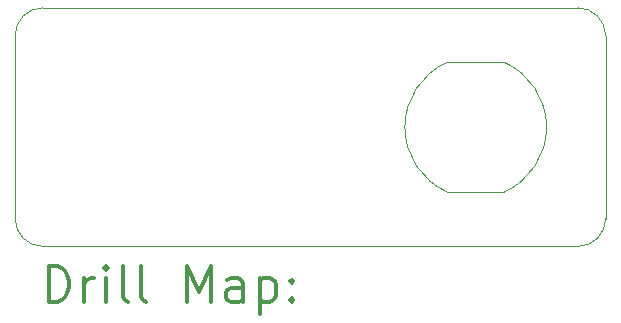
<source format=gbr>
%FSLAX45Y45*%
G04 Gerber Fmt 4.5, Leading zero omitted, Abs format (unit mm)*
G04 Created by KiCad (PCBNEW (5.1.10)-1) date 2022-01-19 22:36:49*
%MOMM*%
%LPD*%
G01*
G04 APERTURE LIST*
%TA.AperFunction,Profile*%
%ADD10C,0.050000*%
%TD*%
%ADD11C,0.200000*%
%ADD12C,0.300000*%
G04 APERTURE END LIST*
D10*
X16740751Y-11160236D02*
G75*
G02*
X16739791Y-10060182I239249J550236D01*
G01*
X16739791Y-10060182D02*
X17219249Y-10059764D01*
X17219249Y-10059764D02*
G75*
G02*
X17220209Y-11159818I-239249J-550236D01*
G01*
X16740751Y-11160236D02*
X17220209Y-11159818D01*
X13080000Y-11385000D02*
G75*
G03*
X13315000Y-11620000I235000J0D01*
G01*
X17845000Y-11620000D02*
G75*
G03*
X18080000Y-11385000I0J235000D01*
G01*
X18080000Y-9835000D02*
G75*
G03*
X17845000Y-9600000I-235000J0D01*
G01*
X13315000Y-9600000D02*
G75*
G03*
X13080000Y-9835000I0J-235000D01*
G01*
X18080000Y-9835000D02*
X18080000Y-11385000D01*
X13080000Y-9835000D02*
X13080000Y-11385000D01*
X13315000Y-11620000D02*
X17845000Y-11620000D01*
X13315000Y-9600000D02*
X17845000Y-9600000D01*
D11*
D12*
X13363928Y-12088214D02*
X13363928Y-11788214D01*
X13435357Y-11788214D01*
X13478214Y-11802500D01*
X13506786Y-11831071D01*
X13521071Y-11859643D01*
X13535357Y-11916786D01*
X13535357Y-11959643D01*
X13521071Y-12016786D01*
X13506786Y-12045357D01*
X13478214Y-12073929D01*
X13435357Y-12088214D01*
X13363928Y-12088214D01*
X13663928Y-12088214D02*
X13663928Y-11888214D01*
X13663928Y-11945357D02*
X13678214Y-11916786D01*
X13692500Y-11902500D01*
X13721071Y-11888214D01*
X13749643Y-11888214D01*
X13849643Y-12088214D02*
X13849643Y-11888214D01*
X13849643Y-11788214D02*
X13835357Y-11802500D01*
X13849643Y-11816786D01*
X13863928Y-11802500D01*
X13849643Y-11788214D01*
X13849643Y-11816786D01*
X14035357Y-12088214D02*
X14006786Y-12073929D01*
X13992500Y-12045357D01*
X13992500Y-11788214D01*
X14192500Y-12088214D02*
X14163928Y-12073929D01*
X14149643Y-12045357D01*
X14149643Y-11788214D01*
X14535357Y-12088214D02*
X14535357Y-11788214D01*
X14635357Y-12002500D01*
X14735357Y-11788214D01*
X14735357Y-12088214D01*
X15006786Y-12088214D02*
X15006786Y-11931071D01*
X14992500Y-11902500D01*
X14963928Y-11888214D01*
X14906786Y-11888214D01*
X14878214Y-11902500D01*
X15006786Y-12073929D02*
X14978214Y-12088214D01*
X14906786Y-12088214D01*
X14878214Y-12073929D01*
X14863928Y-12045357D01*
X14863928Y-12016786D01*
X14878214Y-11988214D01*
X14906786Y-11973929D01*
X14978214Y-11973929D01*
X15006786Y-11959643D01*
X15149643Y-11888214D02*
X15149643Y-12188214D01*
X15149643Y-11902500D02*
X15178214Y-11888214D01*
X15235357Y-11888214D01*
X15263928Y-11902500D01*
X15278214Y-11916786D01*
X15292500Y-11945357D01*
X15292500Y-12031071D01*
X15278214Y-12059643D01*
X15263928Y-12073929D01*
X15235357Y-12088214D01*
X15178214Y-12088214D01*
X15149643Y-12073929D01*
X15421071Y-12059643D02*
X15435357Y-12073929D01*
X15421071Y-12088214D01*
X15406786Y-12073929D01*
X15421071Y-12059643D01*
X15421071Y-12088214D01*
X15421071Y-11902500D02*
X15435357Y-11916786D01*
X15421071Y-11931071D01*
X15406786Y-11916786D01*
X15421071Y-11902500D01*
X15421071Y-11931071D01*
M02*

</source>
